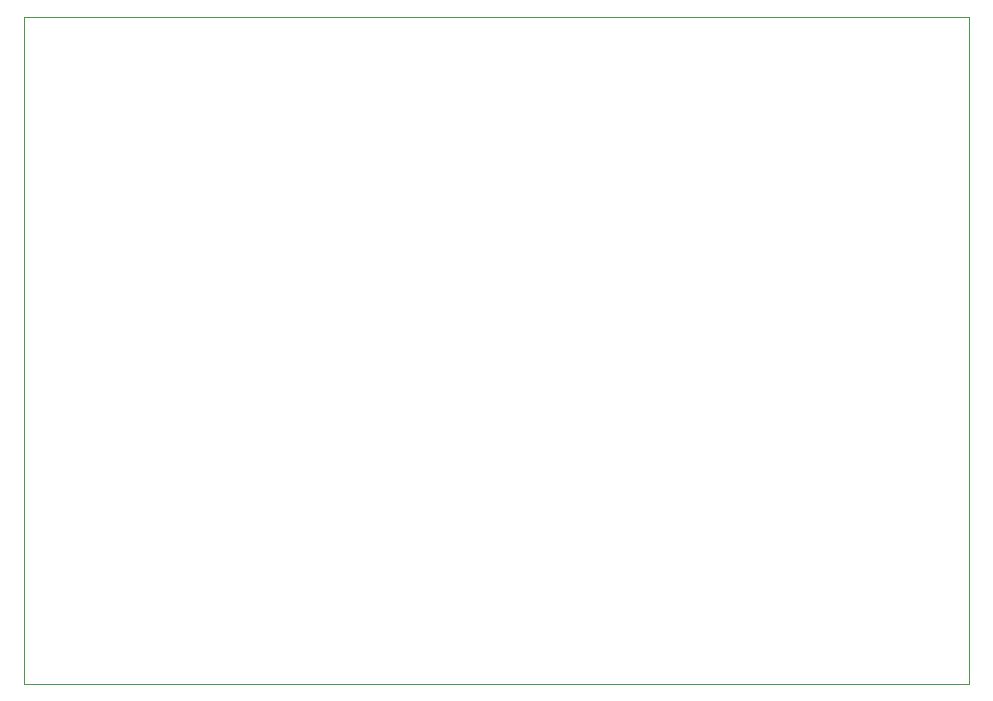
<source format=gm1>
G04 #@! TF.GenerationSoftware,KiCad,Pcbnew,9.0.0*
G04 #@! TF.CreationDate,2025-03-06T11:49:08+09:00*
G04 #@! TF.ProjectId,ufb_hat,7566625f-6861-4742-9e6b-696361645f70,rev?*
G04 #@! TF.SameCoordinates,PX2fd7508PY6486dd0*
G04 #@! TF.FileFunction,Profile,NP*
%FSLAX46Y46*%
G04 Gerber Fmt 4.6, Leading zero omitted, Abs format (unit mm)*
G04 Created by KiCad (PCBNEW 9.0.0) date 2025-03-06 11:49:08*
%MOMM*%
%LPD*%
G01*
G04 APERTURE LIST*
G04 #@! TA.AperFunction,Profile*
%ADD10C,0.050000*%
G04 #@! TD*
G04 APERTURE END LIST*
D10*
X0Y56500000D02*
X80000000Y56500000D01*
X80000000Y0D01*
X0Y0D01*
X0Y56500000D01*
M02*

</source>
